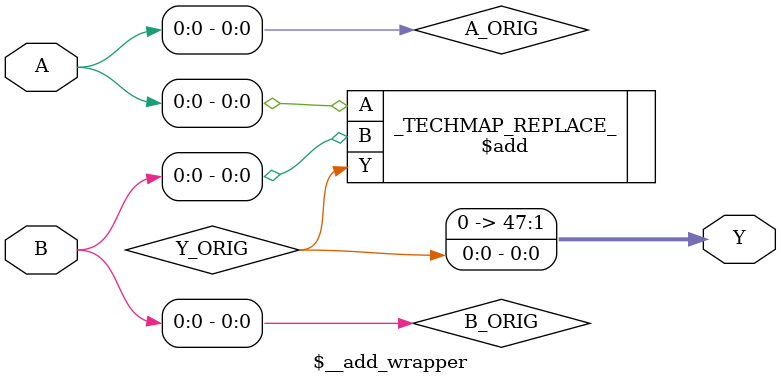
<source format=v>

module \$__mul_wrapper (A, B, Y);

parameter A_SIGNED = 0;
parameter B_SIGNED = 0;
parameter A_WIDTH = 1;
parameter B_WIDTH = 1;
parameter Y_WIDTH = 1;

input [24:0] A;
input [17:0] B;
output [47:0] Y;

wire [A_WIDTH-1:0] A_ORIG = A;
wire [B_WIDTH-1:0] B_ORIG = B;
wire [Y_WIDTH-1:0] Y_ORIG;
assign Y = Y_ORIG;

\$mul #(
	.A_SIGNED(A_SIGNED),
	.B_SIGNED(B_SIGNED),
	.A_WIDTH(A_WIDTH),
	.B_WIDTH(B_WIDTH),
	.Y_WIDTH(Y_WIDTH)
) _TECHMAP_REPLACE_ (
	.A(A_ORIG),
	.B(B_ORIG),
	.Y(Y_ORIG)
);

endmodule

module \$__add_wrapper (A, B, Y);

parameter A_SIGNED = 0;
parameter B_SIGNED = 0;
parameter A_WIDTH = 1;
parameter B_WIDTH = 1;
parameter Y_WIDTH = 1;

input [47:0] A;
input [47:0] B;
output [47:0] Y;

wire [A_WIDTH-1:0] A_ORIG = A;
wire [B_WIDTH-1:0] B_ORIG = B;
wire [Y_WIDTH-1:0] Y_ORIG;
assign Y = Y_ORIG;

\$add #(
	.A_SIGNED(A_SIGNED),
	.B_SIGNED(B_SIGNED),
	.A_WIDTH(A_WIDTH),
	.B_WIDTH(B_WIDTH),
	.Y_WIDTH(Y_WIDTH)
) _TECHMAP_REPLACE_ (
	.A(A_ORIG),
	.B(B_ORIG),
	.Y(Y_ORIG)
);

endmodule


</source>
